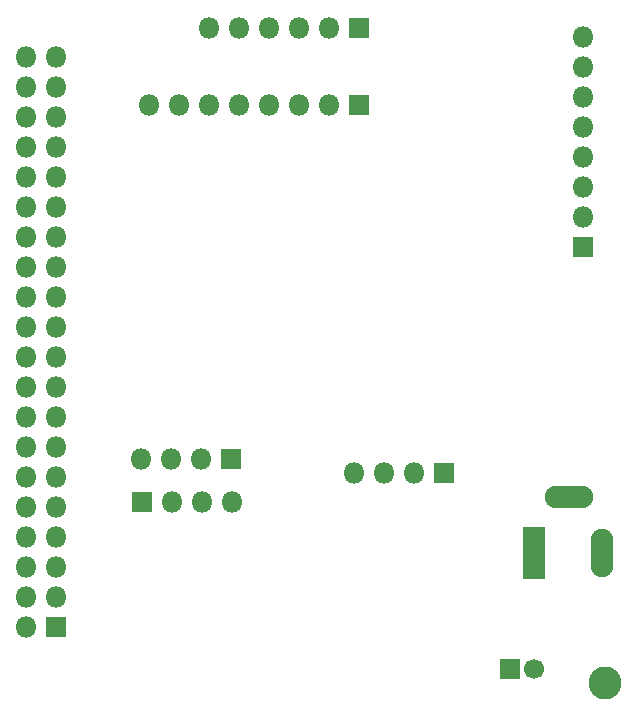
<source format=gbr>
%TF.GenerationSoftware,KiCad,Pcbnew,5.1.6-1.fc32*%
%TF.CreationDate,2020-08-31T12:32:43+02:00*%
%TF.ProjectId,pi-lora-board,70692d6c-6f72-4612-9d62-6f6172642e6b,rev?*%
%TF.SameCoordinates,Original*%
%TF.FileFunction,Soldermask,Bot*%
%TF.FilePolarity,Negative*%
%FSLAX46Y46*%
G04 Gerber Fmt 4.6, Leading zero omitted, Abs format (unit mm)*
G04 Created by KiCad (PCBNEW 5.1.6-1.fc32) date 2020-08-31 12:32:43*
%MOMM*%
%LPD*%
G01*
G04 APERTURE LIST*
%ADD10O,1.800000X1.800000*%
%ADD11R,1.800000X1.800000*%
%ADD12R,1.900000X4.500000*%
%ADD13O,1.900000X4.100000*%
%ADD14O,4.100000X1.900000*%
%ADD15C,2.800000*%
%ADD16R,1.700000X1.700000*%
%ADD17C,1.700000*%
G04 APERTURE END LIST*
D10*
%TO.C,J9*%
X76420000Y-108600000D03*
X73880000Y-108600000D03*
X71340000Y-108600000D03*
D11*
X68800000Y-108600000D03*
%TD*%
D10*
%TO.C,J8*%
X69420000Y-75000000D03*
X71960000Y-75000000D03*
X74500000Y-75000000D03*
X77040000Y-75000000D03*
X79580000Y-75000000D03*
X82120000Y-75000000D03*
X84660000Y-75000000D03*
D11*
X87200000Y-75000000D03*
%TD*%
D10*
%TO.C,J7*%
X68780000Y-105000000D03*
X71320000Y-105000000D03*
X73860000Y-105000000D03*
D11*
X76400000Y-105000000D03*
%TD*%
D10*
%TO.C,J6*%
X106200000Y-69240000D03*
X106200000Y-71780000D03*
X106200000Y-74320000D03*
X106200000Y-76860000D03*
X106200000Y-79400000D03*
X106200000Y-81940000D03*
X106200000Y-84480000D03*
D11*
X106200000Y-87020000D03*
%TD*%
D10*
%TO.C,J5*%
X74500000Y-68500000D03*
X77040000Y-68500000D03*
X79580000Y-68500000D03*
X82120000Y-68500000D03*
X84660000Y-68500000D03*
D11*
X87200000Y-68500000D03*
%TD*%
D10*
%TO.C,J4*%
X86800000Y-106200000D03*
X89340000Y-106200000D03*
X91880000Y-106200000D03*
D11*
X94420000Y-106200000D03*
%TD*%
D12*
%TO.C,J1*%
X102000000Y-113000000D03*
D13*
X107800000Y-113000000D03*
D14*
X105000000Y-108200000D03*
%TD*%
D15*
%TO.C,REF\u002A\u002A*%
X108000000Y-124000000D03*
%TD*%
D16*
%TO.C,C1*%
X100000000Y-122750000D03*
D17*
X102000000Y-122750000D03*
%TD*%
D11*
%TO.C,J2*%
X61540000Y-119240000D03*
D10*
X59000000Y-119240000D03*
X61540000Y-116700000D03*
X59000000Y-116700000D03*
X61540000Y-114160000D03*
X59000000Y-114160000D03*
X61540000Y-111620000D03*
X59000000Y-111620000D03*
X61540000Y-109080000D03*
X59000000Y-109080000D03*
X61540000Y-106540000D03*
X59000000Y-106540000D03*
X61540000Y-104000000D03*
X59000000Y-104000000D03*
X61540000Y-101460000D03*
X59000000Y-101460000D03*
X61540000Y-98920000D03*
X59000000Y-98920000D03*
X61540000Y-96380000D03*
X59000000Y-96380000D03*
X61540000Y-93840000D03*
X59000000Y-93840000D03*
X61540000Y-91300000D03*
X59000000Y-91300000D03*
X61540000Y-88760000D03*
X59000000Y-88760000D03*
X61540000Y-86220000D03*
X59000000Y-86220000D03*
X61540000Y-83680000D03*
X59000000Y-83680000D03*
X61540000Y-81140000D03*
X59000000Y-81140000D03*
X61540000Y-78600000D03*
X59000000Y-78600000D03*
X61540000Y-76060000D03*
X59000000Y-76060000D03*
X61540000Y-73520000D03*
X59000000Y-73520000D03*
X61540000Y-70980000D03*
X59000000Y-70980000D03*
%TD*%
M02*

</source>
